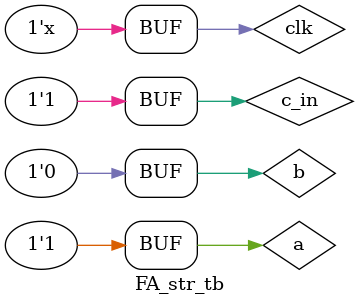
<source format=v>
`timescale 1ns / 1ns

module FA_str_tb;

	// Inputs
	reg a;
	reg b;
	reg c_in;
	
	reg clk;

	// Outputs
	wire c_out;
	wire sum;
	wire c_out_verify;
	wire sum_verify;
	wire error_flag;


	// Instantiate the Unit Under Test (UUT)
	FA_str FA (
		.c_out(c_out), 
		.sum(sum), 
		.a(a), 
		.b(b), 
		.c_in(c_in)
	);
	
	// Verification module
	Verification_1bit Verification (
		.c_out(c_out_verify), 
		.sum(sum_verify), 
		.a(a), 
		.b(b), 
		.c_in(c_in)
	);
	
	// Assign Error_flag
	assign error_flag = (c_out != c_out_verify || sum != sum_verify);
	
	// Verification logic
	always@(posedge clk)
		begin
		if(error_flag)
			// Use $display here instead of $monitor
			// $monitor will display the message whenever there's a change of a, b, c_in
			// $display will only display once when it's been executed
			$display("Error occurs when a = %d, b = %d, c_in = %d\n", a, b, c_in);
		end
		
	// Derfine clk signal for Verfication purpose
	always #5 clk = ~clk;

	initial begin
		// Initialize Inputs
		clk = 0;
		
		a = 0;
		b = 0;
		c_in = 1;

		// Wait 10 ns
		#10;
		a = 1;
		b = 0;
		c_in = 1;

	end
      
endmodule


</source>
